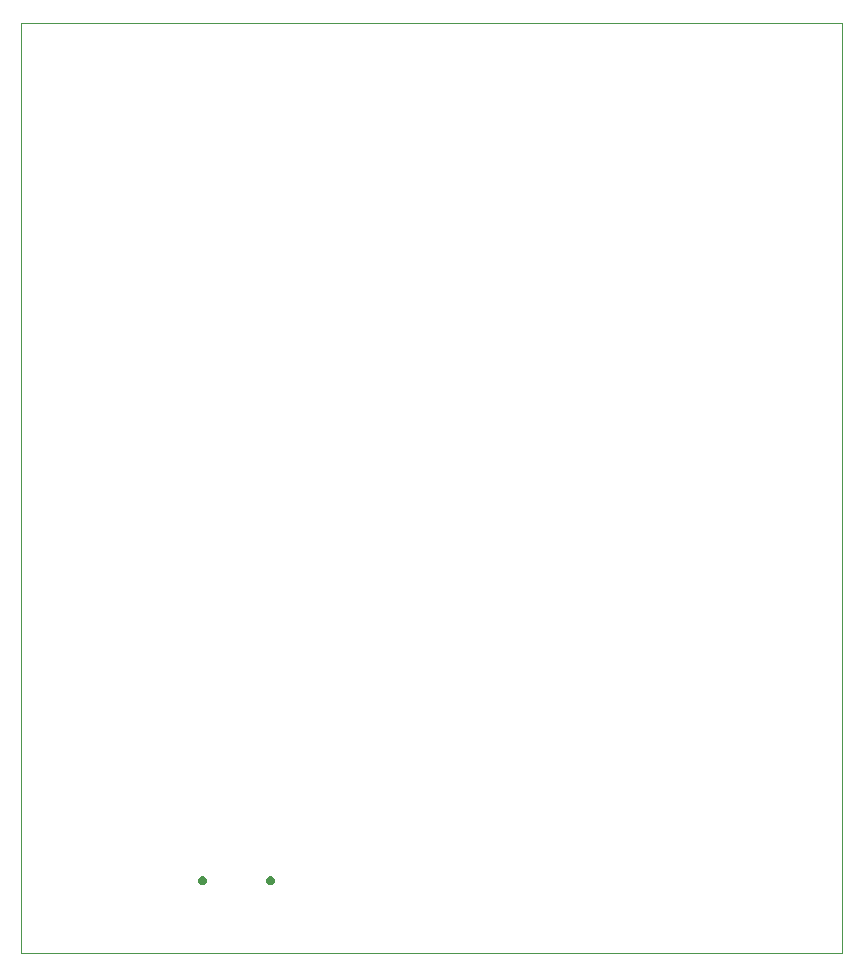
<source format=gbr>
%TF.GenerationSoftware,KiCad,Pcbnew,8.0.7*%
%TF.CreationDate,2025-01-26T15:44:36-05:00*%
%TF.ProjectId,shadow,73686164-6f77-42e6-9b69-6361645f7063,rev?*%
%TF.SameCoordinates,Original*%
%TF.FileFunction,Profile,NP*%
%FSLAX46Y46*%
G04 Gerber Fmt 4.6, Leading zero omitted, Abs format (unit mm)*
G04 Created by KiCad (PCBNEW 8.0.7) date 2025-01-26 15:44:36*
%MOMM*%
%LPD*%
G01*
G04 APERTURE LIST*
%TA.AperFunction,Profile*%
%ADD10C,0.050000*%
%TD*%
%TA.AperFunction,Profile*%
%ADD11C,0.000000*%
%TD*%
G04 APERTURE END LIST*
D10*
X94267000Y-48260000D02*
X163817000Y-48260000D01*
X163817000Y-127000000D01*
X94267000Y-127000000D01*
X94267000Y-48260000D01*
D11*
%TA.AperFunction,Profile*%
%TO.C,J1*%
G36*
X109745881Y-120453354D02*
G01*
X109850419Y-120506619D01*
X109933381Y-120589581D01*
X109986646Y-120694119D01*
X110005000Y-120810000D01*
X109986646Y-120925881D01*
X109933381Y-121030419D01*
X109850419Y-121113381D01*
X109745881Y-121166646D01*
X109630000Y-121185000D01*
X109514119Y-121166646D01*
X109409581Y-121113381D01*
X109326619Y-121030419D01*
X109273354Y-120925881D01*
X109255000Y-120810000D01*
X109273354Y-120694119D01*
X109326619Y-120589581D01*
X109409581Y-120506619D01*
X109514119Y-120453354D01*
X109630000Y-120435000D01*
X109745881Y-120453354D01*
G37*
%TD.AperFunction*%
%TA.AperFunction,Profile*%
G36*
X115525881Y-120453354D02*
G01*
X115630419Y-120506619D01*
X115713381Y-120589581D01*
X115766646Y-120694119D01*
X115785000Y-120810000D01*
X115766646Y-120925881D01*
X115713381Y-121030419D01*
X115630419Y-121113381D01*
X115525881Y-121166646D01*
X115410000Y-121185000D01*
X115294119Y-121166646D01*
X115189581Y-121113381D01*
X115106619Y-121030419D01*
X115053354Y-120925881D01*
X115035000Y-120810000D01*
X115053354Y-120694119D01*
X115106619Y-120589581D01*
X115189581Y-120506619D01*
X115294119Y-120453354D01*
X115410000Y-120435000D01*
X115525881Y-120453354D01*
G37*
%TD.AperFunction*%
%TD*%
M02*

</source>
